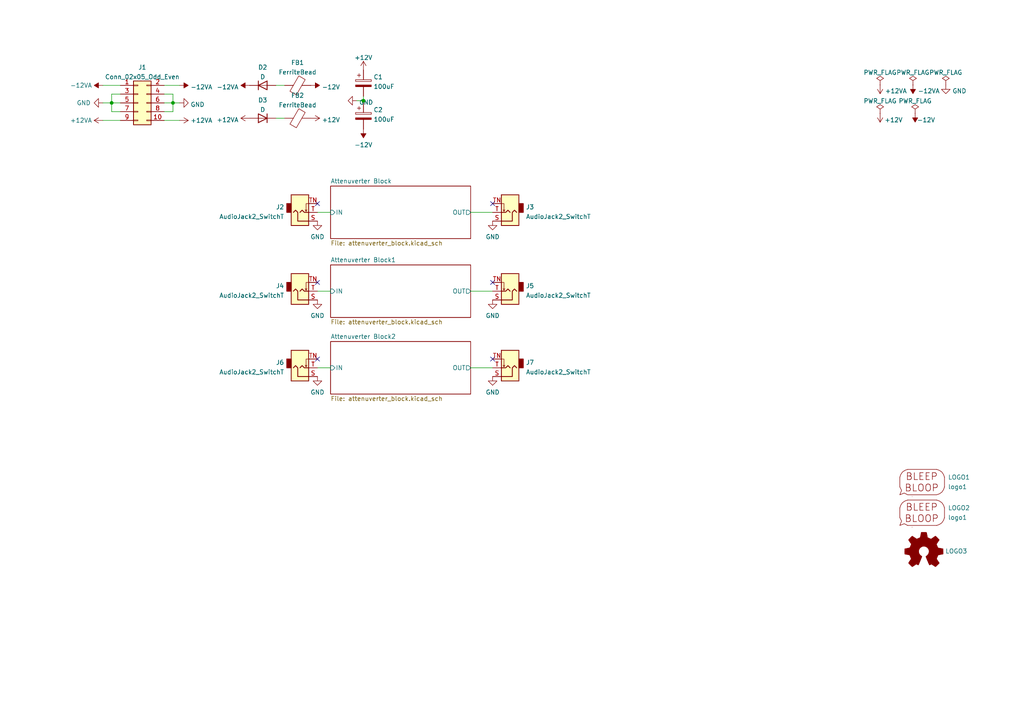
<source format=kicad_sch>
(kicad_sch (version 20211123) (generator eeschema)
  (paper "A4")
  (title_block (title "Annetuverter") (date "2022-07-05") (rev "1.0") (company "RobotDialogs") (comment 1 "This deisgn is by Befaco, see their Dual Attenuverter v2."))
  (lib_symbols
    (symbol "Connector:AudioJack2_SwitchT"
      (property "Reference" "J" (at 0 8.89 0))
      (property "Value" "AudioJack2_SwitchT" (at 0 6.35 0))
      (symbol "AudioJack2_SwitchT_0_1"
        (rectangle (start -2.54 0) (end -3.81 -2.54) (stroke (width 0.254)) (fill (type outline)))
        (polyline (pts (xy 1.778 -0.254) (xy 2.032 -0.762)))
        (polyline (pts (xy 0 0) (xy 0.635 -0.635) (xy 1.27 0) (xy 2.54 0)) (stroke (width 0.254)))
        (polyline (pts (xy 2.54 -2.54) (xy 1.778 -2.54) (xy 1.778 -0.254) (xy 1.524 -0.762)))
        (polyline (pts (xy 2.54 2.54) (xy -0.635 2.54) (xy -0.635 0) (xy -1.27 -0.635) (xy -1.905 0)) (stroke (width 0.254)))
        (rectangle (start 2.54 3.81) (end -2.54 -5.08) (stroke (width 0.254)) (fill (type background)))
      )
      (symbol "AudioJack2_SwitchT_1_1"
        (pin passive line (at 5.08 2.54 180) (length 2.54) (name "~") (number "S"))
        (pin passive line (at 5.08 0 180) (length 2.54) (name "~") (number "T"))
        (pin passive line (at 5.08 -2.54 180) (length 2.54) (name "~") (number "TN"))
      )
    )
    (symbol "Connector_Generic:Conn_02x05_Odd_Even" (pin_names (offset 1.016) hide)
      (property "Reference" "J" (at 1.27 7.62 0))
      (property "Value" "Conn_02x05_Odd_Even" (at 1.27 -7.62 0))
      (symbol "Conn_02x05_Odd_Even_1_1"
        (rectangle (start -1.27 -4.953) (end 0 -5.207) (stroke (width 0.1524)))
        (rectangle (start -1.27 -2.413) (end 0 -2.667) (stroke (width 0.1524)))
        (rectangle (start -1.27 0.127) (end 0 -0.127) (stroke (width 0.1524)))
        (rectangle (start -1.27 2.667) (end 0 2.413) (stroke (width 0.1524)))
        (rectangle (start -1.27 5.207) (end 0 4.953) (stroke (width 0.1524)))
        (rectangle (start -1.27 6.35) (end 3.81 -6.35) (stroke (width 0.254)) (fill (type background)))
        (rectangle (start 3.81 -4.953) (end 2.54 -5.207) (stroke (width 0.1524)))
        (rectangle (start 3.81 -2.413) (end 2.54 -2.667) (stroke (width 0.1524)))
        (rectangle (start 3.81 0.127) (end 2.54 -0.127) (stroke (width 0.1524)))
        (rectangle (start 3.81 2.667) (end 2.54 2.413) (stroke (width 0.1524)))
        (rectangle (start 3.81 5.207) (end 2.54 4.953) (stroke (width 0.1524)))
        (pin passive line (at -5.08 5.08 0) (length 3.81) (name "Pin_1") (number "1"))
        (pin passive line (at 7.62 -5.08 180) (length 3.81) (name "Pin_10") (number "10"))
        (pin passive line (at 7.62 5.08 180) (length 3.81) (name "Pin_2") (number "2"))
        (pin passive line (at -5.08 2.54 0) (length 3.81) (name "Pin_3") (number "3"))
        (pin passive line (at 7.62 2.54 180) (length 3.81) (name "Pin_4") (number "4"))
        (pin passive line (at -5.08 0 0) (length 3.81) (name "Pin_5") (number "5"))
        (pin passive line (at 7.62 0 180) (length 3.81) (name "Pin_6") (number "6"))
        (pin passive line (at -5.08 -2.54 0) (length 3.81) (name "Pin_7") (number "7"))
        (pin passive line (at 7.62 -2.54 180) (length 3.81) (name "Pin_8") (number "8"))
        (pin passive line (at -5.08 -5.08 0) (length 3.81) (name "Pin_9") (number "9"))
      )
    )
    (symbol "Device:C_Polarized" (pin_numbers hide) (pin_names (offset 0.254))
      (property "Reference" "C" (at 0.635 2.54 0))
      (property "Value" "C_Polarized" (at 0.635 -2.54 0))
      (symbol "C_Polarized_0_1"
        (rectangle (start -2.286 0.508) (end 2.286 1.016))
        (polyline (pts (xy -1.778 2.286) (xy -0.762 2.286)))
        (polyline (pts (xy -1.27 2.794) (xy -1.27 1.778)))
        (rectangle (start 2.286 -0.508) (end -2.286 -1.016) (fill (type outline)))
      )
      (symbol "C_Polarized_1_1"
        (pin passive line (at 0 3.81 270) (length 2.794) (name "~") (number "1"))
        (pin passive line (at 0 -3.81 90) (length 2.794) (name "~") (number "2"))
      )
    )
    (symbol "Device:D" (pin_numbers hide) (pin_names (offset 1.016) hide)
      (property "Reference" "D" (at 0 2.54 0))
      (property "Value" "D" (at 0 -2.54 0))
      (symbol "D_0_1"
        (polyline (pts (xy -1.27 1.27) (xy -1.27 -1.27)) (stroke (width 0.254)))
        (polyline (pts (xy 1.27 0) (xy -1.27 0)))
        (polyline (pts (xy 1.27 1.27) (xy 1.27 -1.27) (xy -1.27 0) (xy 1.27 1.27)) (stroke (width 0.254)))
      )
      (symbol "D_1_1"
        (pin passive line (at -3.81 0 0) (length 2.54) (name "K") (number "1"))
        (pin passive line (at 3.81 0 180) (length 2.54) (name "A") (number "2"))
      )
    )
    (symbol "Device:FerriteBead" (pin_numbers hide) (pin_names (offset 0))
      (property "Reference" "FB" (at -3.81 0.635 90))
      (property "Value" "FerriteBead" (at 3.81 0 90))
      (symbol "FerriteBead_0_1"
        (polyline (pts (xy 0 -1.27) (xy 0 -1.2192)))
        (polyline (pts (xy 0 1.27) (xy 0 1.2954)))
        (polyline (pts (xy -2.7686 0.4064) (xy -1.7018 2.2606) (xy 2.7686 -0.3048) (xy 1.6764 -2.159) (xy -2.7686 0.4064)))
      )
      (symbol "FerriteBead_1_1"
        (pin passive line (at 0 3.81 270) (length 2.54) (name "~") (number "1"))
        (pin passive line (at 0 -3.81 90) (length 2.54) (name "~") (number "2"))
      )
    )
    (symbol "My Stuff:Logo_Open_Hardware_Small" (pin_names (offset 1.016))
      (property "Reference" "LOGO1" (at 0 6.985 0))
      (symbol "Logo_Open_Hardware_Small_0_1"
        (polyline (pts (xy 3.3528 -4.3434) (xy 3.302 -4.318) (xy 3.175 -4.2418) (xy 2.9972 -4.1148) (xy 2.7686 -3.9624) (xy 2.54 -3.81) (xy 2.3622 -3.7084) (xy 2.2352 -3.6068) (xy 2.1844 -3.5814) (xy 2.159 -3.6068) (xy 2.0574 -3.6576) (xy 1.905 -3.7338) (xy 1.8034 -3.7846) (xy 1.6764 -3.8354) (xy 1.6002 -3.8354) (xy 1.6002 -3.8354) (xy 1.5494 -3.7338) (xy 1.4732 -3.5306) (xy 1.3462 -3.302) (xy 1.2446 -3.0226) (xy 1.1176 -2.7178) (xy 0.9652 -2.413) (xy 0.8636 -2.1082) (xy 0.7366 -1.8288) (xy 0.6604 -1.6256) (xy 0.6096 -1.4732) (xy 0.5842 -1.397) (xy 0.5842 -1.397) (xy 0.6604 -1.3208) (xy 0.7874 -1.2446) (xy 1.0414 -1.016) (xy 1.2954 -0.6858) (xy 1.4478 -0.3302) (xy 1.524 0.0762) (xy 1.4732 0.4572) (xy 1.3208 0.8128) (xy 1.0668 1.143) (xy 0.762 1.3716) (xy 0.4064 1.524) (xy 0 1.5748) (xy -0.381 1.5494) (xy -0.7366 1.397) (xy -1.0668 1.143) (xy -1.2192 0.9906) (xy -1.397 0.6604) (xy -1.524 0.3048) (xy -1.524 0.2286) (xy -1.4986 -0.1778) (xy -1.397 -0.5334) (xy -1.1938 -0.8636) (xy -0.9144 -1.143) (xy -0.8636 -1.1684) (xy -0.7366 -1.27) (xy -0.635 -1.3462) (xy -0.5842 -1.397) (xy -1.0668 -2.5908) (xy -1.143 -2.794) (xy -1.2954 -3.1242) (xy -1.397 -3.4036) (xy -1.4986 -3.6322) (xy -1.5748 -3.7846) (xy -1.6002 -3.8354) (xy -1.6002 -3.8354) (xy -1.651 -3.8354) (xy -1.7272 -3.81) (xy -1.905 -3.7338) (xy -2.0066 -3.683) (xy -2.1336 -3.6068) (xy -2.2098 -3.5814) (xy -2.2606 -3.6068) (xy -2.3622 -3.683) (xy -2.54 -3.81) (xy -2.7686 -3.9624) (xy -2.9718 -4.0894) (xy -3.1496 -4.2164) (xy -3.302 -4.318) (xy -3.3528 -4.3434) (xy -3.3782 -4.3434) (xy -3.429 -4.318) (xy -3.5306 -4.2164) (xy -3.7084 -4.064) (xy -3.937 -3.8354) (xy -3.9624 -3.81) (xy -4.1656 -3.6068) (xy -4.318 -3.4544) (xy -4.4196 -3.3274) (xy -4.445 -3.2766) (xy -4.445 -3.2766) (xy -4.4196 -3.2258) (xy -4.318 -3.0734) (xy -4.2164 -2.8956) (xy -4.064 -2.667) (xy -3.6576 -2.0828) (xy -3.8862 -1.5494) (xy -3.937 -1.3716) (xy -4.0386 -1.1684) (xy -4.0894 -1.0414) (xy -4.1148 -0.9652) (xy -4.191 -0.9398) (xy -4.318 -0.9144) (xy -4.5466 -0.8636) (xy -4.8006 -0.8128) (xy -5.0546 -0.7874) (xy -5.2578 -0.7366) (xy -5.4356 -0.7112) (xy -5.5118 -0.6858) (xy -5.5118 -0.6858) (xy -5.5372 -0.635) (xy -5.5372 -0.5588) (xy -5.5372 -0.4318) (xy -5.5626 -0.2286) (xy -5.5626 0.0762) (xy -5.5626 0.127) (xy -5.5372 0.4064) (xy -5.5372 0.635) (xy -5.5372 0.762) (xy -5.5372 0.8382) (xy -5.5372 0.8382) (xy -5.461 0.8382) (xy -5.3086 0.889) (xy -5.08 0.9144) (xy -4.826 0.9652) (xy -4.8006 0.9906) (xy -4.5466 1.0414) (xy -4.318 1.0668) (xy -4.1656 1.1176) (xy -4.0894 1.143) (xy -4.0894 1.143) (xy -4.0386 1.2446) (xy -3.9624 1.4224) (xy -3.8608 1.6256) (xy -3.7846 1.8288) (xy -3.7084 2.0066) (xy -3.6576 2.159) (xy -3.6322 2.2098) (xy -3.6322 2.2098) (xy -3.683 2.286) (xy -3.7592 2.413) (xy -3.8862 2.5908) (xy -4.064 2.8194) (xy -4.064 2.8448) (xy -4.2164 3.0734) (xy -4.3434 3.2512) (xy -4.4196 3.3782) (xy -4.445 3.4544) (xy -4.445 3.4544) (xy -4.3942 3.5052) (xy -4.2926 3.6322) (xy -4.1148 3.81) (xy -3.937 4.0132) (xy -3.8608 4.064) (xy -3.6576 4.2926) (xy -3.5052 4.4196) (xy -3.4036 4.4958) (xy -3.3528 4.5212) (xy -3.3528 4.5212) (xy -3.302 4.4704) (xy -3.1496 4.3688) (xy -2.9718 4.2418) (xy -2.7432 4.0894) (xy -2.7178 4.0894) (xy -2.4892 3.937) (xy -2.3114 3.81) (xy -2.1844 3.7084) (xy -2.1336 3.683) (xy -2.1082 3.683) (xy -2.032 3.7084) (xy -1.8542 3.7592) (xy -1.6764 3.8354) (xy -1.4732 3.937) (xy -1.27 4.0132) (xy -1.143 4.064) (xy -1.0668 4.1148) (xy -1.0668 4.1148) (xy -1.0414 4.191) (xy -1.016 4.3434) (xy -0.9652 4.572) (xy -0.9144 4.8514) (xy -0.889 4.9022) (xy -0.8382 5.1562) (xy -0.8128 5.3848) (xy -0.7874 5.5372) (xy -0.762 5.588) (xy -0.7112 5.6134) (xy -0.5842 5.6134) (xy -0.4064 5.6134) (xy -0.1524 5.6134) (xy 0.0762 5.6134) (xy 0.3302 5.6134) (xy 0.5334 5.6134) (xy 0.6858 5.588) (xy 0.7366 5.588) (xy 0.7366 5.588) (xy 0.762 5.5118) (xy 0.8128 5.334) (xy 0.8382 5.1054) (xy 0.9144 4.826) (xy 0.9144 4.7752) (xy 0.9652 4.5212) (xy 1.016 4.2926) (xy 1.0414 4.1402) (xy 1.0668 4.0894) (xy 1.0668 4.0894) (xy 1.1938 4.0386) (xy 1.3716 3.9624) (xy 1.5748 3.8608) (xy 2.0828 3.6576) (xy 2.7178 4.0894) (xy 2.7686 4.1402) (xy 2.9972 4.2926) (xy 3.175 4.4196) (xy 3.302 4.4958) (xy 3.3782 4.5212) (xy 3.3782 4.5212) (xy 3.429 4.4704) (xy 3.556 4.3434) (xy 3.7338 4.191) (xy 3.9116 3.9878) (xy 4.064 3.8354) (xy 4.2418 3.6576) (xy 4.3434 3.556) (xy 4.4196 3.4798) (xy 4.4196 3.429) (xy 4.4196 3.4036) (xy 4.3942 3.3274) (xy 4.2926 3.2004) (xy 4.1656 2.9972) (xy 4.0132 2.794) (xy 3.8862 2.5908) (xy 3.7592 2.3876) (xy 3.6576 2.2352) (xy 3.6322 2.159) (xy 3.6322 2.1336) (xy 3.683 2.0066) (xy 3.7592 1.8288) (xy 3.8608 1.6002) (xy 4.064 1.1176) (xy 4.3942 1.0414) (xy 4.5974 1.016) (xy 4.8768 0.9652) (xy 5.1308 0.9144) (xy 5.5372 0.8382) (xy 5.5626 -0.6604) (xy 5.4864 -0.6858) (xy 5.4356 -0.6858) (xy 5.2832 -0.7366) (xy 5.0546 -0.762) (xy 4.8006 -0.8128) (xy 4.5974 -0.8636) (xy 4.3688 -0.9144) (xy 4.2164 -0.9398) (xy 4.1402 -0.9398) (xy 4.1148 -0.9652) (xy 4.064 -1.0668) (xy 3.9878 -1.2446) (xy 3.9116 -1.4478) (xy 3.81 -1.651) (xy 3.7338 -1.8542) (xy 3.683 -2.0066) (xy 3.6576 -2.0828) (xy 3.683 -2.1336) (xy 3.7846 -2.2606) (xy 3.8862 -2.4638) (xy 4.0386 -2.667) (xy 4.191 -2.8956) (xy 4.318 -3.0734) (xy 4.3942 -3.2004) (xy 4.445 -3.2766) (xy 4.4196 -3.3274) (xy 4.3434 -3.429) (xy 4.1656 -3.5814) (xy 3.937 -3.8354) (xy 3.8862 -3.8608) (xy 3.683 -4.064) (xy 3.5306 -4.2164) (xy 3.4036 -4.318) (xy 3.3528 -4.3434)) (fill (type outline)))
      )
    )
    (symbol "My Stuff:logo1" (pin_names (offset 1.016))
      (property "Reference" "LOGO" (at 0 -4.826 0))
      (property "Value" "logo1" (at 0 4.826 0))
      (symbol "logo1_0_0"
        (text "" (at -1.27 1.27 0) (effects (font (size 1.27 1.27))))
        (text "BLEEP" (at 0 1.524 0) (effects (font (size 2 2))))
        (text "BLOOP" (at 0 -1.778 0) (effects (font (size 2 2))))
      )
      (symbol "logo1_0_1"
        (rectangle (start -2.794 -4.318) (end -2.794 -4.318) (stroke (width 0.1524)))
        (polyline (pts (xy -6.35 1.27) (xy -6.35 -1.524)) (stroke (width 0.1524)))
        (polyline (pts (xy -4.064 -3.81) (xy 4.318 -3.81)) (stroke (width 0.1524)))
        (polyline (pts (xy -4.064 3.556) (xy 4.318 3.556)) (stroke (width 0.1524)))
        (polyline (pts (xy 6.604 1.27) (xy 6.604 -1.524)) (stroke (width 0.1524)))
        (polyline (pts (xy -6.35 1.27) (xy -6.096 2.032) (xy -5.588 2.794) (xy -4.826 3.302) (xy -4.064 3.556)) (stroke (width 0.1524)))
        (polyline (pts (xy -4.064 -3.81) (xy -5.08 -3.302) (xy -6.35 -3.81) (xy -5.842 -2.54) (xy -6.35 -1.524)) (stroke (width 0.1524)))
        (polyline (pts (xy 4.318 3.556) (xy 5.08 3.302) (xy 5.842 2.794) (xy 6.35 2.032) (xy 6.604 1.27)) (stroke (width 0.1524)))
        (polyline (pts (xy 6.604 -1.524) (xy 6.35 -2.286) (xy 5.842 -3.048) (xy 5.08 -3.556) (xy 4.318 -3.81)) (stroke (width 0.1524)))
      )
    )
    (symbol "power:+12V" (power) (pin_names (offset 0))
      (property "Value" "+12V" (at 0 3.556 0))
      (symbol "+12V_0_1"
        (polyline (pts (xy -0.762 1.27) (xy 0 2.54)))
        (polyline (pts (xy 0 0) (xy 0 2.54)))
        (polyline (pts (xy 0 2.54) (xy 0.762 1.27)))
      )
      (symbol "+12V_1_1"
        (pin power_in line (at 0 0 90) (length 0) hide (name "+12V") (number "1"))
      )
    )
    (symbol "power:+12VA" (power) (pin_names (offset 0))
      (property "Value" "+12VA" (at 0 3.556 0))
      (symbol "+12VA_0_1"
        (polyline (pts (xy -0.762 1.27) (xy 0 2.54)))
        (polyline (pts (xy 0 0) (xy 0 2.54)))
        (polyline (pts (xy 0 2.54) (xy 0.762 1.27)))
      )
      (symbol "+12VA_1_1"
        (pin power_in line (at 0 0 90) (length 0) hide (name "+12VA") (number "1"))
      )
    )
    (symbol "power:-12V" (power) (pin_names (offset 0))
      (property "Value" "-12V" (at 0 3.81 0))
      (symbol "-12V_0_0"
        (pin power_in line (at 0 0 90) (length 0) hide (name "-12V") (number "1"))
      )
      (symbol "-12V_0_1"
        (polyline (pts (xy 0 0) (xy 0 1.27) (xy 0.762 1.27) (xy 0 2.54) (xy -0.762 1.27) (xy 0 1.27)) (fill (type outline)))
      )
    )
    (symbol "power:-12VA" (power) (pin_names (offset 0))
      (property "Value" "-12VA" (at 0 3.556 0))
      (symbol "-12VA_0_0"
        (pin power_in line (at 0 0 90) (length 0) hide (name "-12VA") (number "1"))
      )
      (symbol "-12VA_0_1"
        (polyline (pts (xy 0 0) (xy 0 1.27) (xy 0.762 1.27) (xy 0 2.54) (xy -0.762 1.27) (xy 0 1.27)) (fill (type outline)))
      )
    )
    (symbol "power:GND" (power) (pin_names (offset 0))
      (property "Value" "GND" (at 0 -3.81 0))
      (symbol "GND_0_1"
        (polyline (pts (xy 0 0) (xy 0 -1.27) (xy 1.27 -1.27) (xy 0 -2.54) (xy -1.27 -1.27) (xy 0 -1.27)))
      )
      (symbol "GND_1_1"
        (pin power_in line (at 0 0 270) (length 0) hide (name "GND") (number "1"))
      )
    )
    (symbol "power:PWR_FLAG" (power) (pin_numbers hide) (pin_names (offset 0) hide)
      (property "Value" "PWR_FLAG" (at 0 3.81 0))
      (symbol "PWR_FLAG_0_0"
        (pin power_out line (at 0 0 90) (length 0) (name "pwr") (number "1"))
      )
      (symbol "PWR_FLAG_0_1"
        (polyline (pts (xy 0 0) (xy 0 1.27) (xy -1.016 1.905) (xy 0 2.54) (xy 1.016 1.905) (xy 0 1.27)))
      )
    )
  )
  (junction (at 50.165 29.845))
  (junction (at 32.385 29.845))
  (junction (at 105.41 29.21))
  (no_connect (at 142.875 104.14))
  (no_connect (at 142.875 81.915))
  (no_connect (at 92.075 59.055))
  (no_connect (at 142.875 59.055))
  (no_connect (at 92.075 81.915))
  (no_connect (at 92.075 104.14))
  (wire (pts (xy 80.01 24.765) (xy 82.55 24.765)))
  (wire (pts (xy 105.41 29.21) (xy 105.41 29.845)))
  (wire (pts (xy 103.505 29.21) (xy 105.41 29.21)))
  (wire (pts (xy 142.875 84.455) (xy 136.525 84.455)))
  (wire (pts (xy 92.075 84.455) (xy 95.885 84.455)))
  (wire (pts (xy 32.385 27.305) (xy 32.385 29.845)))
  (wire (pts (xy 34.925 27.305) (xy 32.385 27.305)))
  (wire (pts (xy 50.165 29.845) (xy 50.165 32.385)))
  (wire (pts (xy 29.845 24.765) (xy 34.925 24.765)))
  (wire (pts (xy 32.385 29.845) (xy 34.925 29.845)))
  (wire (pts (xy 47.625 24.765) (xy 52.07 24.765)))
  (wire (pts (xy 47.625 27.305) (xy 50.165 27.305)))
  (wire (pts (xy 32.385 29.845) (xy 32.385 32.385)))
  (wire (pts (xy 92.075 106.68) (xy 95.885 106.68)))
  (wire (pts (xy 50.165 29.845) (xy 52.07 29.845)))
  (wire (pts (xy 50.165 27.305) (xy 50.165 29.845)))
  (wire (pts (xy 80.01 34.29) (xy 82.55 34.29)))
  (wire (pts (xy 50.165 32.385) (xy 47.625 32.385)))
  (wire (pts (xy 142.875 106.68) (xy 136.525 106.68)))
  (wire (pts (xy 32.385 32.385) (xy 34.925 32.385)))
  (wire (pts (xy 47.625 34.925) (xy 52.07 34.925)))
  (wire (pts (xy 29.845 29.845) (xy 32.385 29.845)))
  (wire (pts (xy 47.625 29.845) (xy 50.165 29.845)))
  (wire (pts (xy 34.925 34.925) (xy 29.845 34.925)))
  (wire (pts (xy 92.075 61.595) (xy 95.885 61.595)))
  (wire (pts (xy 105.41 27.94) (xy 105.41 29.21)))
  (wire (pts (xy 142.875 61.595) (xy 136.525 61.595)))
  (symbol (lib_id "power:GND") (at 92.075 64.135 0) (unit 1)
    (property "Reference" "#PWR03" (effects hide))
    (property "Value" "GND" (at 92.075 68.6975 0))
  )
  (symbol (lib_id "Device:D") (at 76.2 24.765 0) (unit 1)
    (property "Reference" "D2" (at 76.2 19.5285 0))
    (property "Value" "D" (at 76.2 22.3036 0))
    (property "Footprint" "Diode_THT:D_A-405_P2.54mm_Vertical_KathodeUp" (effects hide))
  )
  (symbol (lib_id "Device:C_Polarized") (at 105.41 24.13 0) (unit 1)
    (property "Reference" "C1" (at 108.331 22.3325 0) (effects (justify left)))
    (property "Value" "100uF" (at 108.331 25.1076 0) (effects (justify left)))
    (property "Footprint" "Capacitor_THT:CP_Radial_D5.0mm_P2.50mm" (effects hide))
  )
  (symbol (lib_id "power:+12VA") (at 29.845 34.925 90) (unit 1)
    (property "Reference" "#PWR0106" (effects hide))
    (property "Value" "+12VA" (at 20.32 34.925 90) (effects (justify right)))
  )
  (symbol (lib_id "power:-12VA") (at 264.795 24.638 180) (unit 1)
    (property "Reference" "#PWR0126" (effects hide))
    (property "Value" "-12VA" (at 266.192 26.387 0) (effects (justify right)))
  )
  (symbol (lib_id "power:+12V") (at 105.41 20.32 0) (unit 1)
    (property "Reference" "#PWR0130" (effects hide))
    (property "Value" "+12V" (at 105.41 16.7155 0))
  )
  (symbol (lib_id "power:GND") (at 92.075 109.22 0) (unit 1)
    (property "Reference" "#PWR014" (effects hide))
    (property "Value" "GND" (at 92.075 113.7825 0))
  )
  (symbol (lib_id "Connector_Generic:Conn_02x05_Odd_Even") (at 40.005 29.845 0) (unit 1)
    (property "Reference" "J1" (at 41.275 19.5285 0))
    (property "Value" "Conn_02x05_Odd_Even" (at 41.275 22.3036 0))
    (property "Footprint" "Connector_IDC:IDC-Header_2x05_P2.54mm_Vertical" (effects hide))
  )
  (symbol (lib_id "My Stuff:Logo_Open_Hardware_Small") (at 267.97 160.02 0) (unit 1)
    (property "Reference" "LOGO3" (at 274.1676 159.864 0) (effects (justify left)))
    (property "Value" "Logo_Open_Hardware_Small" (effects hide))
    (property "Footprint" "Symbol:OSHW-Symbol_6.7x6mm_SilkScreen" (effects hide))
  )
  (symbol (lib_id "power:-12V") (at 105.41 37.465 180) (unit 1)
    (property "Reference" "#PWR0122" (effects hide))
    (property "Value" "-12V" (at 105.41 42.0275 0))
  )
  (symbol (lib_id "power:+12V") (at 90.17 34.29 270) (unit 1)
    (property "Reference" "#PWR0112" (effects hide))
    (property "Value" "+12V" (at 93.345 34.769 90) (effects (justify left)))
  )
  (symbol (lib_id "Connector:AudioJack2_SwitchT") (at 147.955 106.68 180) (unit 1)
    (property "Reference" "J7" (at 152.527 105.1365 0) (effects (justify right)))
    (property "Value" "AudioJack2_SwitchT" (at 152.527 107.9116 0) (effects (justify right)))
    (property "Footprint" "My Stuff:Jack_3.5mm_MJ-355W_and_PJ398SM_Vertical" (effects hide))
  )
  (symbol (lib_id "power:-12VA") (at 29.845 24.765 90) (unit 1)
    (property "Reference" "#PWR0105" (effects hide))
    (property "Value" "-12VA" (at 20.32 24.765 90) (effects (justify right)))
  )
  (symbol (lib_id "power:-12V") (at 265.43 32.893 180) (unit 1)
    (property "Reference" "#PWR0127" (effects hide))
    (property "Value" "-12V" (at 268.605 34.798 0))
  )
  (symbol (lib_id "power:GND") (at 142.875 64.135 0) (unit 1)
    (property "Reference" "#PWR04" (effects hide))
    (property "Value" "GND" (at 142.875 68.6975 0))
  )
  (symbol (lib_id "Device:C_Polarized") (at 105.41 33.655 0) (unit 1)
    (property "Reference" "C2" (at 108.331 31.8575 0) (effects (justify left)))
    (property "Value" "100uF" (at 108.331 34.6326 0) (effects (justify left)))
    (property "Footprint" "Capacitor_THT:CP_Radial_D5.0mm_P2.50mm" (effects hide))
  )
  (symbol (lib_id "power:PWR_FLAG") (at 255.27 32.893 0) (unit 1)
    (property "Reference" "#FLG0102" (effects hide))
    (property "Value" "PWR_FLAG" (at 255.27 29.2885 0))
  )
  (symbol (lib_id "Device:FerriteBead") (at 86.36 24.765 90) (unit 1)
    (property "Reference" "FB1" (at 86.3092 18.1569 90))
    (property "Value" "FerriteBead" (at 86.3092 20.932 90))
    (property "Footprint" "Inductor_THT:L_Axial_L6.6mm_D2.7mm_P2.54mm_Vertical_Vishay_IM-2" (effects hide))
  )
  (symbol (lib_id "power:+12V") (at 255.27 32.893 180) (unit 1)
    (property "Reference" "#PWR0124" (effects hide))
    (property "Value" "+12V" (at 256.54 34.798 0) (effects (justify right)))
  )
  (symbol (lib_id "My Stuff:logo1") (at 267.335 148.59 0) (unit 1)
    (property "Reference" "LOGO2" (at 274.955 147.32 0) (effects (justify left)))
    (property "Value" "logo1" (at 274.955 150.0951 0) (effects (justify left)))
    (property "Footprint" "My Stuff:Logo2" (effects hide))
  )
  (symbol (lib_id "power:+12VA") (at 255.27 24.638 180) (unit 1)
    (property "Reference" "#PWR0125" (effects hide))
    (property "Value" "+12VA" (at 256.667 26.387 0) (effects (justify right)))
  )
  (symbol (lib_id "Connector:AudioJack2_SwitchT") (at 86.995 84.455 0) (mirror x) (unit 1)
    (property "Reference" "J4" (at 82.4231 82.9115 0) (effects (justify right)))
    (property "Value" "AudioJack2_SwitchT" (at 82.4231 85.6866 0) (effects (justify right)))
    (property "Footprint" "My Stuff:Jack_3.5mm_MJ-355W_and_PJ398SM_Vertical" (effects hide))
  )
  (symbol (lib_id "power:PWR_FLAG") (at 274.32 24.638 0) (unit 1)
    (property "Reference" "#FLG0103" (effects hide))
    (property "Value" "PWR_FLAG" (at 274.32 21.0335 0))
  )
  (symbol (lib_id "power:GND") (at 142.875 86.995 0) (unit 1)
    (property "Reference" "#PWR08" (effects hide))
    (property "Value" "GND" (at 142.875 91.5575 0))
  )
  (symbol (lib_id "power:-12VA") (at 72.39 24.765 90) (unit 1)
    (property "Reference" "#PWR0107" (effects hide))
    (property "Value" "-12VA" (at 69.215 25.244 90) (effects (justify left)))
  )
  (symbol (lib_id "power:PWR_FLAG") (at 255.27 24.638 0) (unit 1)
    (property "Reference" "#FLG0101" (effects hide))
    (property "Value" "PWR_FLAG" (at 255.27 21.0335 0))
  )
  (symbol (lib_id "power:PWR_FLAG") (at 264.795 24.638 0) (unit 1)
    (property "Reference" "#FLG0104" (effects hide))
    (property "Value" "PWR_FLAG" (at 264.795 21.0335 0))
  )
  (symbol (lib_id "My Stuff:logo1") (at 267.335 139.7 0) (unit 1)
    (property "Reference" "LOGO1" (at 274.955 138.43 0) (effects (justify left)))
    (property "Value" "logo1" (at 274.955 141.2051 0) (effects (justify left)))
    (property "Footprint" "My Stuff:Logo1" (effects hide))
  )
  (symbol (lib_id "power:GND") (at 142.875 109.22 0) (unit 1)
    (property "Reference" "#PWR015" (effects hide))
    (property "Value" "GND" (at 142.875 113.7825 0))
  )
  (symbol (lib_id "power:GND") (at 52.07 29.845 90) (unit 1)
    (property "Reference" "#PWR0111" (effects hide))
    (property "Value" "GND" (at 55.245 30.324 90) (effects (justify right)))
  )
  (symbol (lib_id "Connector:AudioJack2_SwitchT") (at 86.995 106.68 0) (mirror x) (unit 1)
    (property "Reference" "J6" (at 82.4231 105.1365 0) (effects (justify right)))
    (property "Value" "AudioJack2_SwitchT" (at 82.4231 107.9116 0) (effects (justify right)))
    (property "Footprint" "My Stuff:Jack_3.5mm_MJ-355W_and_PJ398SM_Vertical" (effects hide))
  )
  (symbol (lib_id "Device:FerriteBead") (at 86.36 34.29 90) (unit 1)
    (property "Reference" "FB2" (at 86.3092 27.6819 90))
    (property "Value" "FerriteBead" (at 86.3092 30.457 90))
    (property "Footprint" "Inductor_THT:L_Axial_L6.6mm_D2.7mm_P2.54mm_Vertical_Vishay_IM-2" (effects hide))
  )
  (symbol (lib_id "power:+12VA") (at 72.39 34.29 90) (unit 1)
    (property "Reference" "#PWR0108" (effects hide))
    (property "Value" "+12VA" (at 69.215 34.769 90) (effects (justify left)))
  )
  (symbol (lib_id "Connector:AudioJack2_SwitchT") (at 147.955 84.455 180) (unit 1)
    (property "Reference" "J5" (at 152.527 82.9115 0) (effects (justify right)))
    (property "Value" "AudioJack2_SwitchT" (at 152.527 85.6866 0) (effects (justify right)))
    (property "Footprint" "My Stuff:Jack_3.5mm_MJ-355W_and_PJ398SM_Vertical" (effects hide))
  )
  (symbol (lib_id "power:-12V") (at 90.17 24.765 270) (unit 1)
    (property "Reference" "#PWR0113" (effects hide))
    (property "Value" "-12V" (at 93.345 25.244 90) (effects (justify left)))
  )
  (symbol (lib_id "power:GND") (at 103.505 29.21 270) (unit 1)
    (property "Reference" "#PWR0123" (effects hide))
    (property "Value" "GND" (at 104.14 29.689 90) (effects (justify left)))
  )
  (symbol (lib_id "power:-12VA") (at 52.07 24.765 270) (unit 1)
    (property "Reference" "#PWR0109" (effects hide))
    (property "Value" "-12VA" (at 55.245 25.244 90) (effects (justify left)))
  )
  (symbol (lib_id "power:+12VA") (at 52.07 34.925 270) (unit 1)
    (property "Reference" "#PWR0110" (effects hide))
    (property "Value" "+12VA" (at 55.245 34.925 90) (effects (justify left)))
  )
  (symbol (lib_id "Connector:AudioJack2_SwitchT") (at 147.955 61.595 180) (unit 1)
    (property "Reference" "J3" (at 152.527 60.0515 0) (effects (justify right)))
    (property "Value" "AudioJack2_SwitchT" (at 152.527 62.8266 0) (effects (justify right)))
    (property "Footprint" "My Stuff:Jack_3.5mm_MJ-355W_and_PJ398SM_Vertical" (effects hide))
  )
  (symbol (lib_id "power:GND") (at 274.32 24.638 0) (unit 1)
    (property "Reference" "#PWR0128" (effects hide))
    (property "Value" "GND" (at 276.225 26.387 0) (effects (justify left)))
  )
  (symbol (lib_id "power:PWR_FLAG") (at 265.43 32.893 0) (unit 1)
    (property "Reference" "#FLG0105" (effects hide))
    (property "Value" "PWR_FLAG" (at 265.43 29.2885 0))
  )
  (symbol (lib_id "Device:D") (at 76.2 34.29 180) (unit 1)
    (property "Reference" "D3" (at 76.2 29.0535 0))
    (property "Value" "D" (at 76.2 31.8286 0))
    (property "Footprint" "Diode_THT:D_A-405_P2.54mm_Vertical_KathodeUp" (effects hide))
  )
  (symbol (lib_id "power:GND") (at 92.075 86.995 0) (unit 1)
    (property "Reference" "#PWR07" (effects hide))
    (property "Value" "GND" (at 92.075 91.5575 0))
  )
  (symbol (lib_id "power:GND") (at 29.845 29.845 270) (unit 1)
    (property "Reference" "#PWR0104" (effects hide))
    (property "Value" "GND" (at 22.225 29.845 90) (effects (justify left)))
  )
  (symbol (lib_id "Connector:AudioJack2_SwitchT") (at 86.995 61.595 0) (mirror x) (unit 1)
    (property "Reference" "J2" (at 82.4231 60.0515 0) (effects (justify right)))
    (property "Value" "AudioJack2_SwitchT" (at 82.4231 62.8266 0) (effects (justify right)))
    (property "Footprint" "My Stuff:Jack_3.5mm_MJ-355W_and_PJ398SM_Vertical" (effects hide))
  )
  (sheet (at 95.885 53.975) (size 40.64 15.24) (stroke (width 0.1524))
    (property "Sheet name" "Attenuverter Block" (at 95.885 53.2634 0) (effects (justify left bottom)))
    (property "Sheet file" "attenuverter_block.kicad_sch" (at 95.885 69.7996 0) (effects (justify left top)))
    (pin "IN" input (at 95.885 61.595 180))
    (pin "OUT" output (at 136.525 61.595 0))
  )
  (sheet (at 95.885 76.835) (size 40.64 15.24) (stroke (width 0.1524))
    (property "Sheet name" "Attenuverter Block1" (at 95.885 76.1234 0) (effects (justify left bottom)))
    (property "Sheet file" "attenuverter_block.kicad_sch" (at 95.885 92.6596 0) (effects (justify left top)))
    (pin "IN" input (at 95.885 84.455 180))
    (pin "OUT" output (at 136.525 84.455 0))
  )
  (sheet (at 95.885 99.06) (size 40.64 15.24) (stroke (width 0.1524))
    (property "Sheet name" "Attenuverter Block2" (at 95.885 98.3484 0) (effects (justify left bottom)))
    (property "Sheet file" "attenuverter_block.kicad_sch" (at 95.885 114.8846 0) (effects (justify left top)))
    (pin "IN" input (at 95.885 106.68 180))
    (pin "OUT" output (at 136.525 106.68 0))
  )
)
</source>
